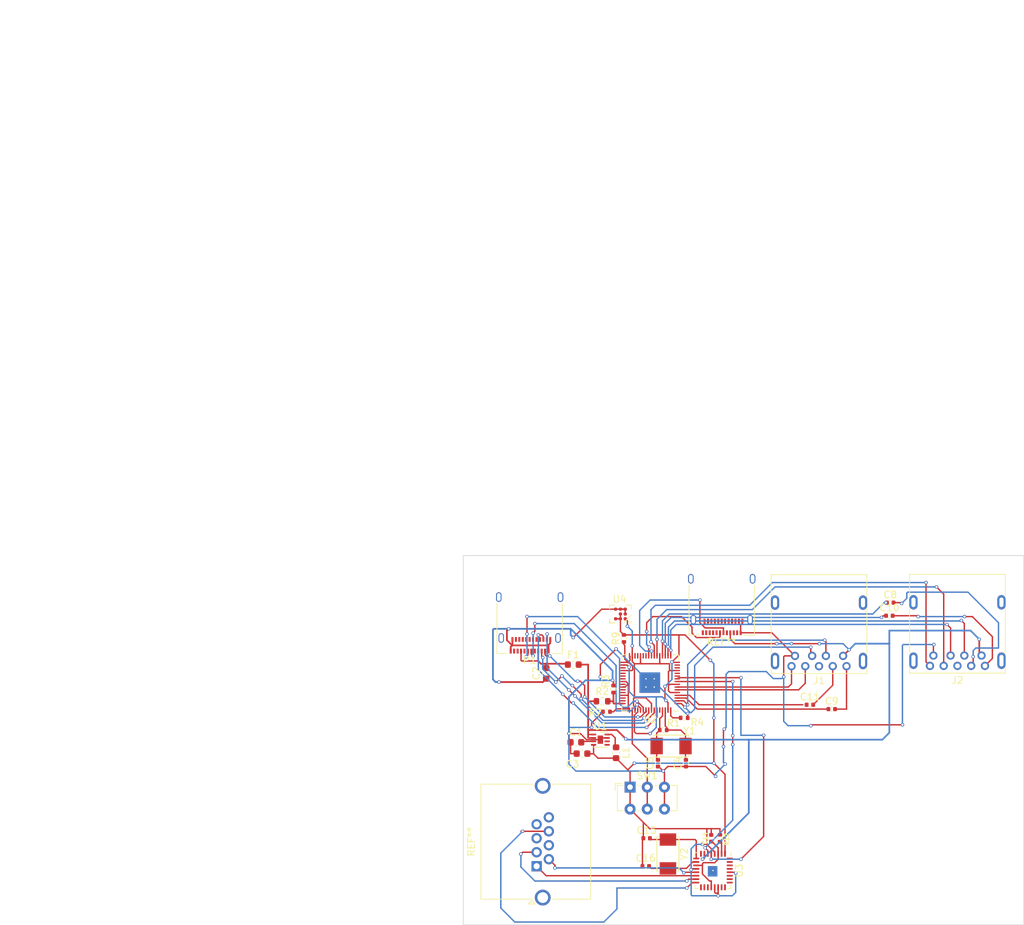
<source format=kicad_pcb>
(kicad_pcb (version 20220131) (generator pcbnew)
  (layers (0 "F.Cu" signal) (31 "B.Cu" signal) (34 "B.Paste" user) (35 "F.Paste" user) (36 "B.SilkS" user "B.Silkscreen") (37 "F.SilkS" user "F.Silkscreen") (38 "B.Mask" user) (39 "F.Mask" user) (44 "Edge.Cuts" user))
  (net 0 "")
  (footprint "Capacitor_SMD:C_0402_1005Metric" (layer "F.Cu") (at 64.897 33.528)
    (fp_text reference "C9")
    (fp_text value "C_0402_1005Metric" hide)
  )
  (footprint "Button_Switch_THT:SW_E-Switch_EG1271_DPDT" (layer "F.Cu") (at 35.5655 44.882)
    (fp_text reference "SW1")
    (fp_text value "SW_E-Switch_EG1271_DPDT" hide)
  )
  (footprint "Fuse:Fuse_0603_1608Metric" (layer "F.Cu") (at 27.305 27.051)
    (fp_text reference "F1")
    (fp_text value "Fuse_0603_1608Metric" hide)
  )
  (footprint "Resistor_SMD:R_0603_1608Metric" (layer "F.Cu") (at 31.496 32.385)
    (fp_text reference "R2")
    (fp_text value "R_0603_1608Metric" hide)
  )
  (footprint "Connector_USB:USB_C_Receptacle_Amphenol_12401610E4-2A" (layer "F.Cu") (at 48.895 17.399 180)
    (fp_text reference "REF**")
    (fp_text value "USB_C_Receptacle_Amphenol_12401610E4-2A" hide)
  )
  (footprint "Connector_USB:USB3_A_Molex_48393-001" (layer "F.Cu") (at 66.548 25.781 180)
    (fp_text reference "J1")
    (fp_text value "USB3_A_Molex_48393-001" hide)
  )
  (footprint "Resistor_SMD:R_0402_1005Metric" (layer "F.Cu") (at 34.671 23.241 90)
    (fp_text reference "R9")
    (fp_text value "R_0402_1005Metric" hide)
  )
  (footprint "Package_DFN_QFN:TDFN-8-1EP_2x2mm_P0.5mm_EP0.8x1.2mm" (layer "F.Cu") (at 31.242 37.973)
    (fp_text reference "U1")
    (fp_text value "TDFN-8-1EP_2x2mm_P0.5mm_EP0.8x1.2mm" hide)
  )
  (footprint "Capacitor_SMD:C_0402_1005Metric" (layer "F.Cu") (at 37.973 52.324)
    (fp_text reference "C15")
    (fp_text value "C_0402_1005Metric" hide)
  )
  (footprint "Resistor_SMD:R_0402_1005Metric" (layer "F.Cu") (at 43.434 34.798)
    (fp_text reference "R4")
    (fp_text value "R_0402_1005Metric" hide)
  )
  (footprint "Capacitor_SMD:C_0402_1005Metric" (layer "F.Cu") (at 73.279 19.939)
    (fp_text reference "C10")
    (fp_text value "C_0402_1005Metric" hide)
  )
  (footprint "Capacitor_SMD:C_0402_1005Metric" (layer "F.Cu") (at 39.624 41.402 90)
    (fp_text reference "C5")
    (fp_text value "C_0402_1005Metric" hide)
  )
  (footprint "Resistor_SMD:R_0402_1005Metric" (layer "F.Cu") (at 32.131 33.909)
    (fp_text reference "R7")
    (fp_text value "R_0402_1005Metric" hide)
  )
  (footprint "Lib:OSC_5032" (layer "F.Cu") (at 41.529 40.5015)
    (fp_text reference "Y1")
    (fp_text value "OSC_5032" hide)
  )
  (footprint "Lib:BGA-9_3x3_2.9x2.35mm" (layer "F.Cu") (at 34.163 19.685 180)
    (fp_text reference "U4")
    (fp_text value "BGA-9_3x3_2.9x2.35mm" hide)
  )
  (footprint "Resistor_SMD:R_0402_1005Metric" (layer "F.Cu") (at 48.641 52.324 90)
    (fp_text reference "R12")
    (fp_text value "R_0402_1005Metric" hide)
  )
  (footprint "Connector_USB:USB_C_Receptacle_Amphenol_12401610E4-2A" (layer "F.Cu") (at 20.955 20.066 180)
    (fp_text reference "P1")
    (fp_text value "USB_C_Receptacle_Amphenol_12401610E4-2A" hide)
  )
  (footprint "Resistor_SMD:R_0402_1005Metric" (layer "F.Cu") (at 33.147 30.607 90)
    (fp_text reference "R3")
    (fp_text value "R_0402_1005Metric" hide)
  )
  (footprint "Capacitor_SMD:C_0402_1005Metric" (layer "F.Cu") (at 37.846 56.388)
    (fp_text reference "C16")
    (fp_text value "C_0402_1005Metric" hide)
  )
  (footprint "Connector_USB:USB3_A_Molex_48393-001" (layer "F.Cu") (at 86.685 25.732 180)
    (fp_text reference "J2")
    (fp_text value "USB3_A_Molex_48393-001" hide)
  )
  (footprint "Capacitor_SMD:C_0402_1005Metric" (layer "F.Cu") (at 61.722 32.893)
    (fp_text reference "C11")
    (fp_text value "C_0402_1005Metric" hide)
  )
  (footprint "Capacitor_SMD:C_0603_1608Metric" (layer "F.Cu") (at 28.575 40.005)
    (fp_text reference "C3")
    (fp_text value "C_0603_1608Metric" hide)
  )
  (footprint "Package_DFN_QFN:QFN-32-1EP_5x5mm_P0.5mm_EP3.1x3.1mm_ThermalVias" (layer "F.Cu") (at 47.625 57.023 -90)
    (fp_text reference "U3")
    (fp_text value "QFN-32-1EP_5x5mm_P0.5mm_EP3.1x3.1mm_ThermalVias" hide)
  )
  (footprint "Inductor_SMD:L_0603_1608Metric" (layer "F.Cu") (at 33.528 39.878 -90)
    (fp_text reference "L1")
    (fp_text value "L_0603_1608Metric" hide)
  )
  (footprint "Capacitor_SMD:C_0402_1005Metric" (layer "F.Cu") (at 47.371 52.324 90)
    (fp_text reference "C14")
    (fp_text value "C_0402_1005Metric" hide)
  )
  (footprint "Capacitor_SMD:C_0603_1608Metric" (layer "F.Cu") (at 23.368 28.321 90)
    (fp_text reference "C2")
    (fp_text value "C_0603_1608Metric" hide)
  )
  (footprint "Capacitor_SMD:C_0402_1005Metric" (layer "F.Cu") (at 73.406 18.034)
    (fp_text reference "C8")
    (fp_text value "C_0402_1005Metric" hide)
  )
  (footprint "Lib:OSC_5032" (layer "F.Cu") (at 42.672 54.61 90)
    (fp_text reference "Y2")
    (fp_text value "OSC_5032" hide)
  )
  (footprint "Resistor_SMD:R_0402_1005Metric" (layer "F.Cu") (at 40.386 36.576)
    (fp_text reference "R1")
    (fp_text value "R_0402_1005Metric" hide)
  )
  (footprint "Connector_RJ:RJ45_Amphenol_RJHSE5380" (layer "F.Cu") (at 21.971 56.388 90)
    (fp_text reference "REF**")
    (fp_text value "RJ45_Amphenol_RJHSE5380" hide)
  )
  (footprint "Package_DFN_QFN:QFN-64-1EP_8x8mm_P0.4mm_EP6.5x6.5mm_ThermalVias" (layer "F.Cu") (at 38.481 29.718 180)
    (fp_text reference "U2")
    (fp_text value "QFN-64-1EP_8x8mm_P0.4mm_EP6.5x6.5mm_ThermalVias" hide)
  )
  (footprint "Capacitor_SMD:C_0402_1005Metric" (layer "F.Cu") (at 43.688 41.402 90)
    (fp_text reference "C4")
    (fp_text value "C_0402_1005Metric" hide)
  )
  (footprint "Capacitor_SMD:C_0603_1608Metric" (layer "F.Cu") (at 27.686 38.354)
    (fp_text reference "C1")
    (fp_text value "C_0603_1608Metric" hide)
  )
  (gr_rect (start 11.303 11.176) (end 92.837 64.897) (stroke (width 0.1)) (fill none) (layer "Edge.Cuts"))
  (segment (start 34.163 22.223) (end 34.671 22.731) (width 0.2) (layer "F.Cu") (net 0))
  (segment (start 51.689 21.209) (end 51.816 21.209) (width 0.2) (layer "F.Cu") (net 0))
  (segment (start 47.875 59.4605) (end 47.875 60.194) (width 0.2) (layer "F.Cu") (net 0))
  (segment (start 23.751 51.308) (end 19.939 51.308) (width 0.2) (layer "F.Cu") (net 0))
  (segment (start 85.4075 20.1295) (end 88.265 22.987) (width 0.2) (layer "F.Cu") (net 0))
  (segment (start 43.629 37.279) (end 43.629 38.9015) (width 0.2) (layer "F.Cu") (net 0))
  (segment (start 35.119 27.118) (end 35.433 27.432) (width 0.2) (layer "F.Cu") (net 0))
  (segment (start 40.5655 42.7245) (end 40.386 42.545) (width 0.2) (layer "F.Cu") (net 0))
  (segment (start 34.531 29.518) (end 34.979 29.518) (width 0.2) (layer "F.Cu") (net 0))
  (segment (start 65.377 33.528) (end 67.056 33.528) (width 0.2) (layer "F.Cu") (net 0))
  (segment (start 45.72 17.653) (end 45.72 20.955) (width 0.2) (layer "F.Cu") (net 0))
  (segment (start 48.375 54.5855) (end 48.375 55.384) (width 0.2) (layer "F.Cu") (net 0))
  (segment (start 42.593 28.956) (end 51.689 28.956) (width 0.2) (layer "F.Cu") (net 0))
  (segment (start 34.833 30.318) (end 34.531 30.318) (width 0.2) (layer "F.Cu") (net 0))
  (segment (start 39.081 33.668) (end 39.081 34.071) (width 0.2) (layer "F.Cu") (net 0))
  (segment (start 38.648 56.71) (end 41.072 56.71) (width 0.2) (layer "F.Cu") (net 0))
  (segment (start 51.689 21.209) (end 51.645 21.253) (width 0.2) (layer "F.Cu") (net 0))
  (segment (start 40.681 35.982) (end 40.896 36.197) (width 0.2) (layer "F.Cu") (net 0))
  (segment (start 21.205 25.086) (end 21.205 25.523) (width 0.2) (layer "F.Cu") (net 0))
  (segment (start 48.375 60.21) (end 48.375 59.4605) (width 0.2) (layer "F.Cu") (net 0))
  (segment (start 43.053 20.066) (end 44.577 21.59) (width 0.2) (layer "F.Cu") (net 0))
  (segment (start 44.577 22.479) (end 45.212 23.114) (width 0.2) (layer "F.Cu") (net 0))
  (segment (start 40.5655 44.882) (end 40.5655 42.7245) (width 0.2) (layer "F.Cu") (net 0))
  (segment (start 38.0655 48.082) (end 38.0655 44.882) (width 0.2) (layer "F.Cu") (net 0))
  (segment (start 38.281 25.768) (end 38.281 24.584) (width 0.2) (layer "F.Cu") (net 0))
  (segment (start 41.329 29.918) (end 42.431 29.918) (width 0.2) (layer "F.Cu") (net 0))
  (segment (start 38.681 25.768) (end 38.681 25.092) (width 0.2) (layer "F.Cu") (net 0))
  (segment (start 46.395 20.719) (end 46.395 20.995) (width 0.2) (layer "F.Cu") (net 0))
  (segment (start 29.464 37.1945) (end 29.464 37.6945) (width 0.25) (layer "F.Cu") (net 0))
  (segment (start 60.087 30.718) (end 61.048 29.757) (width 0.2) (layer "F.Cu") (net 0))
  (segment (start 31.242 27.051) (end 31.242 28.829) (width 0.2) (layer "F.Cu") (net 0))
  (segment (start 37.481 33.29) (end 36.576 32.385) (width 0.2) (layer "F.Cu") (net 0))
  (segment (start 59.055 24.003) (end 63.119 24.003) (width 0.2) (layer "F.Cu") (net 0))
  (segment (start 26.67 37.084) (end 26.67 38.113) (width 0.25) (layer "F.Cu") (net 0))
  (segment (start 29.464 32.385) (end 29.464 36.576) (width 0.25) (layer "F.Cu") (net 0))
  (segment (start 18.205 25.086) (end 18.205 24.467) (width 0.25) (layer "F.Cu") (net 0))
  (segment (start 41.148 30.861) (end 41.148 30.099) (width 0.2) (layer "F.Cu") (net 0))
  (segment (start 37.366 52.451) (end 37.493 52.324) (width 0.2) (layer "F.Cu") (net 0))
  (segment (start 42.431 31.518) (end 44.218 31.518) (width 0.2) (layer "F.Cu") (net 0))
  (segment (start 48.641 50.927) (end 48.641 51.814) (width 0.2) (layer "F.Cu") (net 0))
  (segment (start 33.147 32.639) (end 33.226 32.718) (width 0.25) (layer "F.Cu") (net 0))
  (segment (start 40.386 42.545) (end 41.049 41.882) (width 0.2) (layer "F.Cu") (net 0))
  (segment (start 41.481 33.668) (end 41.481 34.496) (width 0.2) (layer "F.Cu") (net 0))
  (segment (start 42.431 31.118) (end 42.542 31.118) (width 0.2) (layer "F.Cu") (net 0))
  (segment (start 88.265 26.152) (end 87.185 27.232) (width 0.2) (layer "F.Cu") (net 0))
  (segment (start 35.5655 48.082) (end 37.49325 50.00975) (width 0.2) (layer "F.Cu") (net 0))
  (segment (start 35.306 31.496) (end 35.284 31.518) (width 0.2) (layer "F.Cu") (net 0))
  (segment (start 23.368 27.546) (end 23.368 26.924) (width 0.25) (layer "F.Cu") (net 0))
  (segment (start 49.149 21.717) (end 49.145 21.721) (width 0.2) (layer "F.Cu") (net 0))
  (segment (start 40.281 33.668) (end 40.281 34.522) (width 0.2) (layer "F.Cu") (net 0))
  (segment (start 45.212 23.114) (end 48.514 23.114) (width 0.2) (layer "F.Cu") (net 0))
  (segment (start 46.228 55.372) (end 46.101 55.372) (width 0.2) (layer "F.Cu") (net 0))
  (segment (start 30.671 32.385) (end 29.464 32.385) (width 0.25) (layer "F.Cu") (net 0))
  (segment (start 43.688 41.882) (end 46.581 41.882) (width 0.2) (layer "F.Cu") (net 0))
  (segment (start 23.205 25.618) (end 23.368 25.781) (width 0.2) (layer "F.Cu") (net 0))
  (segment (start 65.048 27.281) (end 65.048 30.047) (width 0.2) (layer "F.Cu") (net 0))
  (segment (start 35.284 31.518) (end 34.531 31.518) (width 0.2) (layer "F.Cu") (net 0))
  (segment (start 23.495 22.606) (end 23.495 23.346) (width 0.2) (layer "F.Cu") (net 0))
  (segment (start 45.593 32.893) (end 60.706 32.893) (width 0.2) (layer "F.Cu") (net 0))
  (segment (start 28.448 32.004) (end 28.448 31.369) (width 0.2) (layer "F.Cu") (net 0))
  (segment (start 37.084 34.671) (end 36.703 34.671) (width 0.2) (layer "F.Cu") (net 0))
  (segment (start 23.955 23.386) (end 23.955 23.924) (width 0.25) (layer "F.Cu") (net 0))
  (segment (start 39.081 25.768) (end 39.081 24.222) (width 0.2) (layer "F.Cu") (net 0))
  (segment (start 35.22975 42.36725) (end 36.195 41.402) (width 0.2) (layer "F.Cu") (net 0))
  (segment (start 37.081 33.398) (end 36.576 32.893) (width 0.2) (layer "F.Cu") (net 0))
  (segment (start 38.326 56.388) (end 38.648 56.71) (width 0.2) (layer "F.Cu") (net 0))
  (segment (start 82.185 21.733) (end 82.185 25.732) (width 0.2) (layer "F.Cu") (net 0))
  (segment (start 40.681 33.668) (end 40.681 35.982) (width 0.2) (layer "F.Cu") (net 0))
  (segment (start 18.415 24.257) (end 23.622 24.257) (width 0.25) (layer "F.Cu") (net 0))
  (segment (start 85.471 26.946) (end 85.185 27.232) (width 0.2) (layer "F.Cu") (net 0))
  (segment (start 18.455 24.217) (end 18.415 24.257) (width 0.25) (layer "F.Cu") (net 0))
  (segment (start 39.081 34.071) (end 37.846 35.306) (width 0.2) (layer "F.Cu") (net 0))
  (segment (start 43.367 32.318) (end 43.942 32.893) (width 0.2) (layer "F.Cu") (net 0))
  (segment (start 39.881 26.8) (end 40.005 26.924) (width 0.2) (layer "F.Cu") (net 0))
  (segment (start 81.185 16.796) (end 81.185 27.232) (width 0.2) (layer "F.Cu") (net 0))
  (segment (start 38.281 33.668) (end 38.281 34.109) (width 0.2) (layer "F.Cu") (net 0))
  (segment (start 54.991 52.07) (end 51.689 55.372) (width 0.2) (layer "F.Cu") (net 0))
  (segment (start 33.528 24.765) (end 31.242 27.051) (width 0.2) (layer "F.Cu") (net 0))
  (segment (start 34.863 20.385) (end 35.179 20.701) (width 0.2) (layer "F.Cu") (net 0))
  (segment (start 21.717 22.225) (end 21.463 22.479) (width 0.2) (layer "F.Cu") (net 0))
  (segment (start 48.643 52.834) (end 48.875 53.066) (width 0.2) (layer "F.Cu") (net 0))
  (segment (start 30.2545 37.223) (end 29.4925 37.223) (width 0.2) (layer "F.Cu") (net 0))
  (segment (start 38.0655 44.882) (end 38.0655 40.7325) (width 0.2) (layer "F.Cu") (net 0))
  (segment (start 27.051 32.639) (end 25.781 31.369) (width 0.2) (layer "F.Cu") (net 0))
  (segment (start 56.186 22.419) (end 59.548 25.781) (width 0.2) (layer "F.Cu") (net 0))
  (segment (start 61.849 25.582) (end 62.048 25.781) (width 0.2) (layer "F.Cu") (net 0))
  (segment (start 21.205 25.523) (end 21.463 25.781) (width 0.2) (layer "F.Cu") (net 0))
  (segment (start 46.089 57.519) (end 47.117 58.547) (width 0.2) (layer "F.Cu") (net 0))
  (segment (start 78.613 15.113) (end 78.613 26.66) (width 0.2) (layer "F.Cu") (net 0))
  (segment (start 46.875 54.5855) (end 46.875 54.114) (width 0.2) (layer "F.Cu") (net 0))
  (segment (start 29.4925 37.223) (end 29.464 37.1945) (width 0.2) (layer "F.Cu") (net 0))
  (segment (start 42.674 22.731) (end 34.671 22.731) (width 0.2) (layer "F.Cu") (net 0))
  (segment (start 39.429 40.727) (end 39.624 40.922) (width 0.2) (layer "F.Cu") (net 0))
  (segment (start 84.185 21.066) (end 84.185 25.732) (width 0.2) (layer "F.Cu") (net 0))
  (segment (start 39.429 37.023) (end 39.429 38.9015) (width 0.2) (layer "F.Cu") (net 0))
  (segment (start 35.881 26.61) (end 35.881 25.768) (width 0.2) (layer "F.Cu") (net 0))
  (segment (start 37.366 56.388) (end 37.366 52.451) (width 0.2) (layer "F.Cu") (net 0))
  (segment (start 37.211 26.924) (end 37.081 26.794) (width 0.2) (layer "F.Cu") (net 0))
  (segment (start 45.72 20.955) (end 46.482 21.717) (width 0.2) (layer "F.Cu") (net 0))
  (segment (start 63.881 23.495) (end 64.048 23.662) (width 0.2) (layer "F.Cu") (net 0))
  (segment (start 39.723 41.882) (end 40.386 42.545) (width 0.2) (layer "F.Cu") (net 0))
  (segment (start 47.375 54.5855) (end 47.375 55.368) (width 0.2) (layer "F.Cu") (net 0))
  (segment (start 86.36 23.368) (end 86.36 25.407) (width 0.25) (layer "F.Cu") (net 0))
  (segment (start 35.306 33.493) (end 33.563 33.493) (width 0.2) (layer "F.Cu") (net 0))
  (segment (start 75.184 35.814) (end 61.976 35.814) (width 0.2) (layer "F.Cu") (net 0))
  (segment (start 79.685 24.201) (end 79.756 24.13) (width 0.2) (layer "F.Cu") (net 0))
  (segment (start 48.375 55.384) (end 47.879 55.88) (width 0.2) (layer "F.Cu") (net 0))
  (segment (start 33.528 40.6655) (end 35.22975 42.36725) (width 0.2) (layer "F.Cu") (net 0))
  (segment (start 41.481 25.768) (end 41.481 24.971) (width 0.2) (layer "F.Cu") (net 0))
  (segment (start 33.147 33.909) (end 32.641 33.909) (width 0.2) (layer "F.Cu") (net 0))
  (segment (start 23.705 24.34) (end 23.705 25.086) (width 0.25) (layer "F.Cu") (net 0))
  (segment (start 36.195 36.83) (end 36.449 37.084) (width 0.2) (layer "F.Cu") (net 0))
  (segment (start 27.305 32.639) (end 27.051 32.639) (width 0.2) (layer "F.Cu") (net 0))
  (segment (start 42.431 32.718) (end 43.005 32.718) (width 0.2) (layer "F.Cu") (net 0))
  (segment (start 41.148 30.099) (end 41.329 29.918) (width 0.2) (layer "F.Cu") (net 0))
  (segment (start 31.492 37.723) (end 31.242 37.973) (width 0.2) (layer "F.Cu") (net 0))
  (segment (start 43.729 31.918) (end 42.431 31.918) (width 0.2) (layer "F.Cu") (net 0))
  (segment (start 41.297 26.946) (end 41.297 27.918) (width 0.2) (layer "F.Cu") (net 0))
  (segment (start 29.4925 37.723) (end 29.464 37.6945) (width 0.2) (layer "F.Cu") (net 0))
  (segment (start 46.736 53.213) (end 46.736 50.927) (width 0.2) (layer "F.Cu") (net 0))
  (segment (start 51.645 22.419) (end 56.186 22.419) (width 0.2) (layer "F.Cu") (net 0))
  (segment (start 26.67 38.113) (end 26.911 38.354) (width 0.25) (layer "F.Cu") (net 0))
  (segment (start 22.205 25.086) (end 22.205 26.523) (width 0.25) (layer "F.Cu") (net 0))
  (segment (start 38.681 32.712) (end 38.681 33.668) (width 0.2) (layer "F.Cu") (net 0))
  (segment (start 36.681 33.668) (end 36.681 33.931) (width 0.2) (layer "F.Cu") (net 0))
  (segment (start 30.2545 40.0335) (end 29.3785 40.0335) (width 0.2) (layer "F.Cu") (net 0))
  (segment (start 41.704 26.718) (end 41.656 26.67) (width 0.2) (layer "F.Cu") (net 0))
  (segment (start 79.685 25.732) (end 79.685 24.201) (width 0.2) (layer "F.Cu") (net 0))
  (segment (start 37.881 33.874) (end 37.084 34.671) (width 0.2) (layer "F.Cu") (net 0))
  (segment (start 26.3905 26.924) (end 26.5175 27.051) (width 0.25) (layer "F.Cu") (net 0))
  (segment (start 46.736 50.927) (end 47.371 50.927) (width 0.2) (layer "F.Cu") (net 0))
  (segment (start 37.973 22.225) (end 37.973 20.955) (width 0.2) (layer "F.Cu") (net 0))
  (segment (start 23.205 25.086) (end 23.205 25.618) (width 0.2) (layer "F.Cu") (net 0))
  (segment (start 28.321 29.464) (end 27.94 29.464) (width 0.2) (layer "F.Cu") (net 0))
  (segment (start 45.017 52.51) (end 45.1875 52.6805) (width 0.2) (layer "F.Cu") (net 0))
  (segment (start 84.201 20.066) (end 85.344 20.066) (width 0.2) (layer "F.Cu") (net 0))
  (segment (start 34.163 20.385) (end 33.463 20.385) (width 0.2) (layer "F.Cu") (net 0))
  (segment (start 44.577 21.59) (end 44.577 22.479) (width 0.2) (layer "F.Cu") (net 0))
  (segment (start 35.179 20.701) (end 35.179 21.463) (width 0.2) (layer "F.Cu") (net 0))
  (segment (start 23.368 25.781) (end 23.876 25.781) (width 0.2) (layer "F.Cu") (net 0))
  (segment (start 42.926 36.576) (end 43.629 37.279) (width 0.2) (layer "F.Cu") (net 0))
  (segment (start 26.924 40.005) (end 26.911 39.992) (width 0.2) (layer "F.Cu") (net 0))
  (segment (start 44.684 55.773) (end 43.747 56.71) (width 0.2) (layer "F.Cu") (net 0))
  (segment (start 51.895 21.13) (end 51.895 20.719) (width 0.2) (layer "F.Cu") (net 0))
  (segment (start 38.281 24.584) (end 38.354 24.511) (width 0.2) (layer "F.Cu") (net 0))
  (segment (start 42.431 32.318) (end 43.367 32.318) (width 0.2) (layer "F.Cu") (net 0))
  (segment (start 48.645 22.983) (end 48.645 22.419) (width 0.2) (layer "F.Cu") (net 0))
  (segment (start 43.438 57.273) (end 43.3705 57.3405) (width 0.2) (layer "F.Cu") (net 0))
  (segment (start 41.783 34.798) (end 42.924 34.798) (width 0.2) (layer "F.Cu") (net 0))
  (segment (start 32.2295 37.223) (end 32.905 37.223) (width 0.2) (layer "F.Cu") (net 0))
  (segment (start 34.531 27.118) (end 35.119 27.118) (width 0.2) (layer "F.Cu") (net 0))
  (segment (start 33.147 29.464) (end 33.02 29.337) (width 0.25) (layer "F.Cu") (net 0))
  (segment (start 49.145 21.721) (end 49.145 22.419) (width 0.2) (layer "F.Cu") (net 0))
  (segment (start 34.163 18.985) (end 34.863 18.985) (width 0.2) (layer "F.Cu") (net 0))
  (segment (start 35.306 26.766) (end 35.402 26.766) (width 0.2) (layer "F.Cu") (net 0))
  (segment (start 50.492 37.392) (end 50.492 38.681) (width 0.2) (layer "F.Cu") (net 0))
  (segment (start 35.836 27.918) (end 34.531 27.918) (width 0.2) (layer "F.Cu") (net 0))
  (segment (start 59.548 25.781) (end 58.039 25.781) (width 0.2) (layer "F.Cu") (net 0))
  (segment (start 38.639 52.51) (end 38.453 52.324) (width 0.2) (layer "F.Cu") (net 0))
  (segment (start 57.912 25.908) (end 57.912 28.829) (width 0.2) (layer "F.Cu") (net 0))
  (segment (start 22.955 22.955) (end 22.955 23.386) (width 0.2) (layer "F.Cu") (net 0))
  (segment (start 29.464 36.576) (end 33.655 36.576) (width 0.25) (layer "F.Cu") (net 0))
  (segment (start 65.048 30.047) (end 62.202 32.893) (width 0.2) (layer "F.Cu") (net 0))
  (segment (start 41.148 28.067) (end 41.148 30.099) (width 0.2) (layer "F.Cu") (net 0))
  (segment (start 33.401 38.9635) (end 33.528 39.0905) (width 0.2) (layer "F.Cu") (net 0))
  (segment (start 33.463 18.985) (end 34.863 18.985) (width 0.2) (layer "F.Cu") (net 0))
  (segment (start 35.56 26.416) (end 35.258 26.718) (width 0.2) (layer "F.Cu") (net 0))
  (segment (start 30.2545 38.223) (end 28.592 38.223) (width 0.2) (layer "F.Cu") (net 0))
  (segment (start 42.431 26.718) (end 41.704 26.718) (width 0.2) (layer "F.Cu") (net 0))
  (segment (start 35.306 31.496) (end 35.306 33.493) (width 0.2) (layer "F.Cu") (net 0))
  (segment (start 40.681 25.768) (end 40.681 24.044) (width 0.2) (layer "F.Cu") (net 0))
  (segment (start 41.081 33.668) (end 41.081 32.572) (width 0.2) (layer "F.Cu") (net 0))
  (segment (start 37.081 26.794) (end 37.081 25.768) (width 0.2) (layer "F.Cu") (net 0))
  (segment (start 44.573 56.773) (end 44.45 56.896) (width 0.2) (layer "F.Cu") (net 0))
  (segment (start 18.205 24.467) (end 18.415 24.257) (width 0.25) (layer "F.Cu") (net 0))
  (segment (start 64.417 33.528) (end 45.339 33.528) (width 0.2) (layer "F.Cu") (net 0))
  (segment (start 47.371 52.804) (end 47.47 52.804) (width 0.2) (layer "F.Cu") (net 0))
  (segment (start 27.8 40.005) (end 26.924 40.005) (width 0.2) (layer "F.Cu") (net 0))
  (segment (start 72.39 19.939) (end 72.136 20.193) (width 0.2) (layer "F.Cu") (net 0))
  (segment (start 33.147 30.097) (end 33.147 29.464) (width 0.25) (layer "F.Cu") (net 0))
  (segment (start 67.056 33.528) (end 67.048 33.52) (width 0.2) (layer "F.Cu") (net 0))
  (segment (start 46.395 20.995) (end 46.609 21.209) (width 0.2) (layer "F.Cu") (net 0))
  (segment (start 33.528 40.6655) (end 30.8865 40.6655) (width 0.2) (layer "F.Cu") (net 0))
  (segment (start 43.559 22.731) (end 42.674 22.731) (width 0.2) (layer "F.Cu") (net 0))
  (segment (start 32.905 37.223) (end 33.401 37.719) (width 0.2) (layer "F.Cu") (net 0))
  (segment (start 48.514 23.114) (end 48.645 22.983) (width 0.2) (layer "F.Cu") (net 0))
  (segment (start 35.402 26.766) (end 35.941 27.305) (width 0.2) (layer "F.Cu") (net 0))
  (segment (start 34.163 20.385) (end 34.163 22.223) (width 0.2) (layer "F.Cu") (net 0))
  (segment (start 45.1875 52.6805) (end 45.1875 55.273) (width 0.2) (layer "F.Cu") (net 0))
  (segment (start 46.581 41.882) (end 48.006 43.307) (width 0.2) (layer "F.Cu") (net 0))
  (segment (start 83.7565 20.6375) (end 84.185 21.066) (width 0.2) (layer "F.Cu") (net 0))
  (segment (start 34.671 22.733) (end 34.671 22.731) (width 0.2) (layer "F.Cu") (net 0))
  (segment (start 36.449 37.084) (end 38.481 37.084) (width 0.2) (layer "F.Cu") (net 0))
  (segment (start 36.681 33.931) (end 36.195 34.417) (width 0.2) (layer "F.Cu") (net 0))
  (segment (start 37.881 33.668) (end 37.881 33.874) (width 0.2) (layer "F.Cu") (net 0))
  (segment (start 44.089 58.273) (end 45.1875 58.273) (width 0.2) (layer "F.Cu") (net 0))
  (segment (start 51.816 21.209) (end 51.895 21.13) (width 0.2) (layer "F.Cu") (net 0))
  (segment (start 39.881 25.768) (end 39.881 26.8) (width 0.2) (layer "F.Cu") (net 0))
  (segment (start 46.101 53.213) (end 46.736 53.213) (width 0.2) (layer "F.Cu") (net 0))
  (segment (start 33.147 32.385) (end 33.147 32.639) (width 0.25) (layer "F.Cu") (net 0))
  (segment (start 47.47 52.804) (end 48.375 53.709) (width 0.2) (layer "F.Cu") (net 0))
  (segment (start 42.431 30.718) (end 60.087 30.718) (width 0.2) (layer "F.Cu") (net 0))
  (segment (start 46.375 55.225) (end 46.228 55.372) (width 0.2) (layer "F.Cu") (net 0))
  (segment (start 46.482 21.717) (end 49.149 21.717) (width 0.2) (layer "F.Cu") (net 0))
  (segment (start 34.863 19.685) (end 34.863 18.985) (width 0.2) (layer "F.Cu") (net 0))
  (segment (start 41.405 31.118) (end 41.148 30.861) (width 0.2) (layer "F.Cu") (net 0))
  (segment (start 19.792 26.523) (end 22.205 26.523) (width 0.2) (layer "F.Cu") (net 0))
  (segment (start 49.149 38.989) (end 49.149 36.576) (width 0.2) (layer "F.Cu") (net 0))
  (segment (start 47.371 51.844) (end 47.371 50.927) (width 0.2) (layer "F.Cu") (net 0))
  (segment (start 77.343 19.939) (end 77.47 20.066) (width 0.2) (layer "F.Cu") (net 0))
  (segment (start 35.258 26.718) (end 34.531 26.718) (width 0.2) (layer "F.Cu") (net 0))
  (segment (start 29.464 27.051) (end 29.464 32.385) (width 0.25) (layer "F.Cu") (net 0))
  (segment (start 41.081 32.572) (end 40.767 32.258) (width 0.2) (layer "F.Cu") (net 0))
  (segment (start 46.875 54.114) (end 46.482 53.721) (width 0.2) (layer "F.Cu") (net 0))
  (segment (start 58.582 30.318) (end 59.048 29.852) (width 0.2) (layer "F.Cu") (net 0))
  (segment (start 22.733 22.733) (end 22.955 22.955) (width 0.2) (layer "F.Cu") (net 0))
  (segment (start 45.1875 56.773) (end 44.573 56.773) (width 0.2) (layer "F.Cu") (net 0))
  (segment (start 41.072 52.51) (end 38.639 52.51) (width 0.2) (layer "F.Cu") (net 0))
  (segment (start 22.606 26.924) (end 23.368 26.924) (width 0.25) (layer "F.Cu") (net 0))
  (segment (start 36.322 33.274) (end 36.322 33.627) (width 0.2) (layer "F.Cu") (net 0))
  (segment (start 21.971 54.356) (end 19.939 54.356) (width 0.2) (layer "F.Cu") (net 0))
  (segment (start 23.495 23.346) (end 23.455 23.386) (width 0.2) (layer "F.Cu") (net 0))
  (segment (start 43.629 38.9015) (end 43.629 40.863) (width 0.2) (layer "F.Cu") (net 0))
  (segment (start 61.048 29.757) (end 61.048 27.281) (width 0.2) (layer "F.Cu") (net 0))
  (segment (start 33.226 32.718) (end 34.531 32.718) (width 0.25) (layer "F.Cu") (net 0))
  (segment (start 41.297 27.918) (end 41.148 28.067) (width 0.2) (layer "F.Cu") (net 0))
  (segment (start 22.705 25.086) (end 22.705 25.88) (width 0.2) (layer "F.Cu") (net 0))
  (segment (start 35.306 33.493) (end 35.481 33.668) (width 0.2) (layer "F.Cu") (net 0))
  (segment (start 67.437 24.892) (end 66.548 25.781) (width 0.25) (layer "F.Cu") (net 0))
  (segment (start 41.481 34.496) (end 41.783 34.798) (width 0.2) (layer "F.Cu") (net 0))
  (segment (start 35.306 29.845) (end 35.306 31.496) (width 0.2) (layer "F.Cu") (net 0))
  (segment (start 36.068 33.02) (end 36.322 33.274) (width 0.2) (layer "F.Cu") (net 0))
  (segment (start 33.147 31.117) (end 33.147 32.385) (width 0.25) (layer "F.Cu") (net 0))
  (segment (start 40.64 32.131) (end 40.767 32.258) (width 0.2) (layer "F.Cu") (net 0))
  (segment (start 85.471 25.908) (end 85.471 26.946) (width 0.2) (layer "F.Cu") (net 0))
  (segment (start 39.429 38.9015) (end 39.429 40.727) (width 0.2) (layer "F.Cu") (net 0))
  (segment (start 30.2545 38.723) (end 29.984 38.723) (width 0.2) (layer "F.Cu") (net 0))
  (segment (start 50.8 24.003) (end 56.896 24.003) (width 0.2) (layer "F.Cu") (net 0))
  (segment (start 35.5655 42.703) (end 35.5655 44.882) (width 0.2) (layer "F.Cu") (net 0))
  (segment (start 28.592 38.223) (end 28.461 38.354) (width 0.2) (layer "F.Cu") (net 0))
  (segment (start 22.873 29.591) (end 16.51 29.591) (width 0.25) (layer "F.Cu") (net 0))
  (segment (start 41.275 26.924) (end 41.297 26.946) (width 0.2) (layer "F.Cu") (net 0))
  (segment (start 29.3785 40.0335) (end 29.35 40.005) (width 0.2) (layer "F.Cu") (net 0))
  (segment (start 39.878 34.925) (end 39.878 36.574) (width 0.2) (layer "F.Cu") (net 0))
  (segment (start 42.431 29.118) (end 42.593 28.956) (width 0.2) (layer "F.Cu") (net 0))
  (segment (start 47.879 55.88) (end 46.228 55.88) (width 0.2) (layer "F.Cu") (net 0))
  (segment (start 18.455 23.386) (end 18.455 24.217) (width 0.25) (layer "F.Cu") (net 0))
  (segment (start 37.973 20.955) (end 38.862 20.066) (width 0.2) (layer "F.Cu") (net 0))
  (segment (start 61.976 35.814) (end 61.849 35.941) (width 0.2) (layer "F.Cu") (net 0))
  (segment (start 47.371 58.547) (end 47.375 58.551) (width 0.2) (layer "F.Cu") (net 0))
  (segment (start 34.163 19.685) (end 34.163 20.385) (width 0.2) (layer "F.Cu") (net 0))
  (segment (start 47.117 58.547) (end 47.371 58.547) (width 0.2) (layer "F.Cu") (net 0))
  (segment (start 30.2545 40.0335) (end 30.2545 38.723) (width 0.2) (layer "F.Cu") (net 0))
  (segment (start 39.481 33.668) (end 39.481 34.687) (width 0.2) (layer "F.Cu") (net 0))
  (segment (start 30.8865 40.6655) (end 30.2545 40.0335) (width 0.2) (layer "F.Cu") (net 0))
  (segment (start 40.281 34.522) (end 39.878 34.925) (width 0.2) (layer "F.Cu") (net 0))
  (segment (start 40.005 26.924) (end 37.211 26.924) (width 0.2) (layer "F.Cu") (net 0))
  (segment (start 48.641 52.834) (end 48.643 52.834) (width 0.2) (layer "F.Cu") (net 0))
  (segment (start 20.705 25.086) (end 20.705 25.65) (width 0.2) (layer "F.Cu") (net 0))
  (segment (start 23.622 24.257) (end 23.705 24.34) (width 0.25) (layer "F.Cu") (net 0))
  (segment (start 49.375 43.025) (end 49.375 54.5855) (width 0.2) (layer "F.Cu") (net 0))
  (segment (start 28.956 31.75) (end 28.956 30.099) (width 0.2) (layer "F.Cu") (net 0))
  (segment (start 50.145 22.419) (end 50.145 23.348) (width 0.2) (layer "F.Cu") (net 0))
  (segment (start 45.1875 57.773) (end 23.356 57.773) (width 0.2) (layer "F.Cu") (net 0))
  (segment (start 32.321 32.385) (end 33.147 32.385) (width 0.25) (layer "F.Cu") (net 0))
  (segment (start 38.4105 50.927) (end 46.736 50.927) (width 0.2) (layer "F.Cu") (net 0))
  (segment (start 37.493 52.324) (end 37.49325 52.32375) (width 0.2) (layer "F.Cu") (net 0))
  (segment (start 36.195 26.924) (end 35.881 26.61) (width 0.2) (layer "F.Cu") (net 0))
  (segment (start 39.624 41.882) (end 39.723 41.882) (width 0.2) (layer "F.Cu") (net 0))
  (segment (start 43.815 58.547) (end 44.089 58.273) (width 0.2) (layer "F.Cu") (net 0))
  (segment (start 47.875 60.194) (end 48.006 60.325) (width 0.2) (layer "F.Cu") (net 0))
  (segment (start 31.434 18.985) (end 27.305 23.114) (width 0.2) (layer "F.Cu") (net 0))
  (segment (start 35.881 38.548) (end 35.881 33.668) (width 0.2) (layer "F.Cu") (net 0))
  (segment (start 45.1875 55.773) (end 44.684 55.773) (width 0.2) (layer "F.Cu") (net 0))
  (segment (start 88.265 22.987) (end 88.265 26.152) (width 0.2) (layer "F.Cu") (net 0))
  (segment (start 37.881 33.668) (end 37.881 34.001) (width 0.2) (layer "F.Cu") (net 0))
  (segment (start 44.605 58.773) (end 43.815 59.563) (width 0.2) (layer "F.Cu") (net 0))
  (segment (start 28.0925 27.051) (end 29.464 27.051) (width 0.25) (layer "F.Cu") (net 0))
  (segment (start 24.638 56.642) (end 24.638 56.259) (width 0.2) (layer "F.Cu") (net 0))
  (segment (start 33.463 18.985) (end 31.434 18.985) (width 0.2) (layer "F.Cu") (net 0))
  (segment (start 54.991 37.338) (end 54.991 52.07) (width 0.2) (layer "F.Cu") (net 0))
  (segment (start 31.621 33.909) (end 29.972 35.558) (width 0.2) (layer "F.Cu") (net 0))
  (segment (start 38.0655 40.7325) (end 35.881 38.548) (width 0.2) (layer "F.Cu") (net 0))
  (segment (start 47.375 58.551) (end 47.375 59.4605) (width 0.2) (layer "F.Cu") (net 0))
  (segment (start 33.401 37.719) (end 33.401 38.9635) (width 0.2) (layer "F.Cu") (net 0))
  (segment (start 73.886 18.034) (end 74.93 18.034) (width 0.2) (layer "F.Cu") (net 0))
  (segment (start 28.448 31.369) (end 27.178 30.099) (width 0.2) (layer "F.Cu") (net 0))
  (segment (start 37.481 33.668) (end 37.481 33.29) (width 0.2) (layer "F.Cu") (net 0))
  (segment (start 41.049 41.882) (end 43.688 41.882) (width 0.2) (layer "F.Cu") (net 0))
  (segment (start 19.705 26.436) (end 19.792 26.523) (width 0.2) (layer "F.Cu") (net 0))
  (segment (start 36.068 32.004) (end 36.068 33.02) (width 0.2) (layer "F.Cu") (net 0))
  (segment (start 73.759 19.939) (end 77.343 19.939) (width 0.2) (layer "F.Cu") (net 0))
  (segment (start 78.613 26.66) (end 79.185 27.232) (width 0.2) (layer "F.Cu") (net 0))
  (segment (start 42.431 31.118) (end 41.405 31.118) (width 0.2) (layer "F.Cu") (net 0))
  (segment (start 43.747 56.71) (end 41.072 56.71) (width 0.2) (layer "F.Cu") (net 0))
  (segment (start 81.661 21.209) (end 82.185 21.733) (width 0.2) (layer "F.Cu") (net 0))
  (segment (start 40.281 25.768) (end 40.281 23.644) (width 0.2) (layer "F.Cu") (net 0))
  (segment (start 48.375 60.21) (end 48.375 60.694) (width 0.2) (layer "F.Cu") (net 0))
  (segment (start 39.876 36.576) (end 39.429 37.023) (width 0.2) (layer "F.Cu") (net 0))
  (segment (start 22.225 22.733) (end 22.733 22.733) (width 0.2) (layer "F.Cu") (net 0))
  (segment (start 37.49325 52.32375) (end 37.49325 50.00975) (width 0.2) (layer "F.Cu") (net 0))
  (segment (start 46.228 55.88) (end 46.101 56.007) (width 0.2) (layer "F.Cu") (net 0))
  (segment (start 37.211 26.924) (end 36.195 26.924) (width 0.2) (layer "F.Cu") (net 0))
  (segment (start 17.653 23.495) (end 17.653 22.098) (width 0.25) (layer "F.Cu") (net 0))
  (segment (start 20.705 25.65) (end 20.447 25.908) (width 0.2) (layer "F.Cu") (net 0))
  (segment (start 19.939 54.356) (end 19.685 54.61) (width 0.2) (layer "F.Cu") (net 0))
  (segment (start 34.979 29.518) (end 35.306 29.845) (width 0.2) (layer "F.Cu") (net 0))
  (segment (start 50.145 23.348) (end 50.8 24.003) (width 0.2) (layer "F.Cu") (net 0))
  (segment (start 40.64 30.226) (end 40.64 32.131) (width 0.2) (layer "F.Cu") (net 0))
  (segment (start 47.752 41.402) (end 49.375 43.025) (width 0.2) (layer "F.Cu") (net 0))
  (segment (start 48.006 60.325) (end 48.26 60.325) (width 0.2) (layer "F.Cu") (net 0))
  (segment (start 48.375 53.709) (end 48.375 54.5855) (width 0.2) (layer "F.Cu") (net 0))
  (segment (start 25.654 28.702) (end 24.765 29.591) (width 0.2) (layer "F.Cu") (net 0))
  (segment (start 29.21 37.973) (end 28.321 37.084) (width 0.2) (layer "F.Cu") (net 0))
  (segment (start 47.371 50.927) (end 48.641 50.927) (width 0.2) (layer "F.Cu") (net 0))
  (segment (start 35.306 29.845) (end 34.833 30.318) (width 0.2) (layer "F.Cu") (net 0))
  (segment (start 39.481 25.768) (end 39.481 23.384) (width 0.2) (layer "F.Cu") (net 0))
  (segment (start 42.431 30.318) (end 58.582 30.318) (width 0.2) (layer "F.Cu") (net 0))
  (segment (start 35.22975 42.36725) (end 35.5655 42.703) (width 0.2) (layer "F.Cu") (net 0))
  (segment (start 17.653 22.098) (end 17.907 21.844) (width 0.25) (layer "F.Cu") (net 0))
  (segment (start 38.862 20.066) (end 43.053 20.066) (width 0.2) (layer "F.Cu") (net 0))
  (segment (start 40.005 26.924) (end 41.275 26.924) (width 0.2) (layer "F.Cu") (net 0))
  (segment (start 41.072 52.51) (end 45.017 52.51) (width 0.2) (layer "F.Cu") (net 0))
  (segment (start 29.984 38.723) (end 29.972 38.735) (width 0.2) (layer "F.Cu") (net 0))
  (segment (start 64.048 23.662) (end 64.048 25.781) (width 0.2) (layer "F.Cu") (net 0))
  (segment (start 19.939 51.308) (end 19.685 51.308) (width 0.2) (layer "F.Cu") (net 0))
  (segment (start 42.674 25.652) (end 42.674 22.731) (width 0.2) (layer "F.Cu") (net 0))
  (segment (start 46.089 56.273) (end 45.1875 56.273) (width 0.2) (layer "F.Cu") (net 0))
  (segment (start 44.218 31.518) (end 45.593 32.893) (width 0.2) (layer "F.Cu") (net 0))
  (segment (start 35.481 25.768) (end 35.56 25.847) (width 0.2) (layer "F.Cu") (net 0))
  (segment (start 35.881 25.768) (end 35.881 24.324) (width 0.2) (layer "F.Cu") (net 0))
  (segment (start 41.656 26.67) (end 42.674 25.652) (width 0.2) (layer "F.Cu") (net 0))
  (segment (start 35.56 25.847) (end 35.56 26.416) (width 0.2) (layer "F.Cu") (net 0))
  (segment (start 47.875 54.352) (end 46.736 53.213) (width 0.2) (layer "F.Cu") (net 0))
  (segment (start 28.321 37.084) (end 26.67 37.084) (width 0.2) (layer "F.Cu") (net 0))
  (segment (start 29.972 35.558) (end 29.972 36.195) (width 0.2) (layer "F.Cu") (net 0))
  (segment (start 36.195 34.417) (end 36.195 36.83) (width 0.2) (layer "F.Cu") (net 0))
  (segment (start 43.944 34.798) (end 43.944 34.165) (width 0.2) (layer "F.Cu") (net 0))
  (segment (start 45.339 33.528) (end 43.729 31.918) (width 0.2) (layer "F.Cu") (net 0))
  (segment (start 34.671 24.13) (end 34.798 24.257) (width 0.2) (layer "F.Cu") (net 0))
  (segment (start 50.0625 57.273) (end 50.796 57.273) (width 0.2) (layer "F.Cu") (net 0))
  (segment (start 50.796 57.273) (end 50.927 57.404) (width 0.2) (layer "F.Cu") (net 0))
  (segment (start 40.896 36.576) (end 42.926 36.576) (width 0.2) (layer "F.Cu") (net 0))
  (segment (start 45.1875 58.773) (end 44.605 58.773) (width 0.2) (layer "F.Cu") (net 0))
  (segment (start 43.005 32.718) (end 43.561 33.274) (width 0.2) (layer "F.Cu") (net 0))
  (segment (start 18.415 24.257) (end 17.653 23.495) (width 0.25) (layer "F.Cu") (net 0))
  (segment (start 46.101 56.007) (end 46.101 56.261) (width 0.2) (layer "F.Cu") (net 0))
  (segment (start 32.2295 37.723) (end 31.492 37.723) (width 0.2) (layer "F.Cu") (net 0))
  (segment (start 61.849 24.511) (end 61.849 25.582) (width 0.2) (layer "F.Cu") (net 0))
  (segment (start 46.609 21.209) (end 51.689 21.209) (width 0.2) (layer "F.Cu") (net 0))
  (segment (start 23.955 23.924) (end 23.622 24.257) (width 0.25) (layer "F.Cu") (net 0))
  (segment (start 20.574 22.606) (end 20.574 20.066) (width 0.2) (layer "F.Cu") (net 0))
  (segment (start 29.464 36.576) (end 29.464 37.1945) (width 0.25) (layer "F.Cu") (net 0))
  (segment (start 22.205 26.523) (end 22.606 26.924) (width 0.25) (layer "F.Cu") (net 0))
  (segment (start 43.629 40.863) (end 43.688 40.922) (width 0.2) (layer "F.Cu") (net 0))
  (segment (start 37.081 33.668) (end 37.081 33.398) (width 0.2) (layer "F.Cu") (net 0))
  (segment (start 35.941 27.813) (end 35.836 27.918) (width 0.2) (layer "F.Cu") (net 0))
  (segment (start 26.911 39.992) (end 26.911 38.354) (width 0.2) (layer "F.Cu") (net 0))
  (segment (start 45.1875 57.273) (end 43.438 57.273) (width 0.2) (layer "F.Cu") (net 0))
  (segment (start 35.941 27.305) (end 35.941 27.813) (width 0.2) (layer "F.Cu") (net 0))
  (segment (start 80.137 15.748) (end 81.185 16.796) (width 0.2) (layer "F.Cu") (net 0))
  (segment (start 42.431 29.518) (end 50.492 29.518) (width 0.2) (layer "F.Cu") (net 0))
  (segment (start 51.645 21.253) (end 51.645 22.419) (width 0.2) (layer "F.Cu") (net 0))
  (segment (start 43.3705 57.3405) (end 43.307 57.404) (width 0.2) (layer "F.Cu") (net 0))
  (segment (start 26.67 30.734) (end 27.559 31.623) (width 0.2) (layer "F.Cu") (net 0))
  (segment (start 41.081 25.768) (end 41.081 24.444) (width 0.2) (layer "F.Cu") (net 0))
  (segment (start 23.368 26.924) (end 26.3905 26.924) (width 0.25) (layer "F.Cu") (net 0))
  (segment (start 36.195 26.924) (end 36.195 31.877) (width 0.2) (layer "F.Cu") (net 0))
  (segment (start 58.039 25.781) (end 57.912 25.908) (width 0.2) (layer "F.Cu") (net 0))
  (segment (start 38.281 34.109) (end 37.592 34.798) (width 0.2) (layer "F.Cu") (net 0))
  (segment (start 24.638 56.259) (end 23.751 55.372) (width 0.2) (layer "F.Cu") (net 0))
  (segment (start 46.375 54.5855) (end 46.375 55.225) (width 0.2) (layer "F.Cu") (net 0))
  (segment (start 30.2545 37.723) (end 29.4925 37.723) (width 0.2) (layer "F.Cu") (net 0))
  (segment (start 72.926 18.034) (end 72.771 18.034) (width 0.2) (layer "F.Cu") (net 0))
  (segment (start 47.752 41.402) (end 47.752 34.798) (width 0.2) (layer "F.Cu") (net 0))
  (segment (start 59.048 29.852) (end 59.048 27.281) (width 0.2) (layer "F.Cu") (net 0))
  (segment (start 19.685 54.61) (end 19.558 54.737) (width 0.2) (layer "F.Cu") (net 0))
  (segment (start 33.655 36.576) (end 34.925 37.846) (width 0.25) (layer "F.Cu") (net 0))
  (segment (start 42.431 27.918) (end 41.297 27.918) (width 0.2) (layer "F.Cu") (net 0))
  (segment (start 35.258 26.718) (end 35.306 26.766) (width 0.2) (layer "F.Cu") (net 0))
  (segment (start 48.26 60.325) (end 48.375 60.21) (width 0.2) (layer "F.Cu") (net 0))
  (segment (start 48.875 53.066) (end 48.875 54.5855) (width 0.2) (layer "F.Cu") (net 0))
  (segment (start 39.878 36.574) (end 39.876 36.576) (width 0.2) (layer "F.Cu") (net 0))
  (segment (start 36.195 31.877) (end 36.068 32.004) (width 0.2) (layer "F.Cu") (net 0))
  (segment (start 85.344 20.066) (end 85.4075 20.1295) (width 0.2) (layer "F.Cu") (net 0))
  (segment (start 47.875 54.5855) (end 47.875 54.352) (width 0.2) (layer "F.Cu") (net 0))
  (segment (start 46.089 56.273) (end 46.089 57.519) (width 0.2) (layer "F.Cu") (net 0))
  (segment (start 49.149 36.576) (end 49.276 36.449) (width 0.2) (layer "F.Cu") (net 0))
  (segment (start 46.101 56.261) (end 46.089 56.273) (width 0.2) (layer "F.Cu") (net 0))
  (segment (start 23.356 57.773) (end 21.971 56.388) (width 0.2) (layer "F.Cu") (net 0))
  (segment (start 36.322 33.627) (end 36.281 33.668) (width 0.2) (layer "F.Cu") (net 0))
  (segment (start 19.705 25.086) (end 19.705 26.436) (width 0.2) (layer "F.Cu") (net 0))
  (segment (start 74.93 18.034) (end 75.057 18.161) (width 0.2) (layer "F.Cu") (net 0))
  (segment (start 33.563 33.493) (end 33.147 33.909) (width 0.2) (layer "F.Cu") (net 0))
  (segment (start 28.956 30.099) (end 28.321 29.464) (width 0.2) (layer "F.Cu") (net 0))
  (segment (start 86.36 25.407) (end 86.685 25.732) (width 0.25) (layer "F.Cu") (net 0))
  (segment (start 36.195 31.877) (end 37.846 31.877) (width 0.2) (layer "F.Cu") (net 0))
  (segment (start 39.481 34.687) (end 37.973 36.195) (width 0.2) (layer "F.Cu") (net 0))
  (segment (start 31.242 37.973) (end 29.21 37.973) (width 0.2) (layer "F.Cu") (net 0))
  (segment (start 72.799 19.939) (end 72.39 19.939) (width 0.2) (layer "F.Cu") (net 0))
  (segment (start 35.258 26.718) (end 34.798 26.258) (width 0.2) (layer "F.Cu") (net 0))
  (segment (start 35.5655 44.882) (end 35.5655 48.082) (width 0.2) (layer "F.Cu") (net 0))
  (segment (start 21.717 21.082) (end 21.717 22.225) (width 0.2) (layer "F.Cu") (net 0))
  (segment (start 40.5655 44.882) (end 40.5655 48.082) (width 0.2) (layer "F.Cu") (net 0))
  (segment (start 37.49325 50.00975) (end 38.4105 50.927) (width 0.2) (layer "F.Cu") (net 0))
  (segment (start 34.798 26.258) (end 34.798 24.257) (width 0.2) (layer "F.Cu") (net 0))
  (segment (start 37.846 31.877) (end 38.681 32.712) (width 0.2) (layer "F.Cu") (net 0))
  (segment (start 23.368 29.096) (end 22.873 29.591) (width 0.25) (layer "F.Cu") (net 0))
  (segment (start 22.705 25.88) (end 22.86 26.035) (width 0.2) (layer "F.Cu") (net 0))
  (segment (start 47.244 26.416) (end 43.559 22.731) (width 0.2) (layer "F.Cu") (net 0))
  (segment (start 67.048 33.52) (end 67.048 27.281) (width 0.2) (layer "F.Cu") (net 0))
  (segment (start 40.896 36.197) (end 40.896 36.576) (width 0.2) (layer "F.Cu") (net 0))
  (segment (start 39.081 24.222) (end 38.608 23.749) (width 0.2) (layer "F.Cu") (net 0))
  (segment (start 34.671 23.751) (end 34.671 24.13) (width 0.2) (layer "F.Cu") (net 0))
  (via (at 47.244 26.416) (size 0.5) (drill 0.3) (layers "F.Cu" "B.Cu") (net 0))
  (via (at 43.815 59.563) (size 0.5) (drill 0.3) (layers "F.Cu" "B.Cu") (net 0))
  (via (at 27.305 23.114) (size 0.5) (drill 0.3) (layers "F.Cu" "B.Cu") (net 0))
  (via (at 36.576 32.893) (size 0.5) (drill 0.3) (layers "F.Cu" "B.Cu") (net 0))
  (via (at 40.681 24.044) (size 0.5) (drill 0.3) (layers "F.Cu" "B.Cu") (net 0))
  (via (at 26.67 30.734) (size 0.5) (drill 0.3) (layers "F.Cu" "B.Cu") (net 0))
  (via (at 51.689 28.956) (size 0.5) (drill 0.3) (layers "F.Cu" "B.Cu") (net 0))
  (via (at 37.592 34.798) (size 0.5) (drill 0.3) (layers "F.Cu" "B.Cu") (net 0))
  (via (at 50.492 29.518) (size 0.5) (drill 0.3) (layers "F.Cu" "B.Cu") (net 0))
  (via (at 49.403 41.529) (size 0.5) (drill 0.3) (layers "F.Cu" "B.Cu") (net 0))
  (via (at 47.752 41.402) (size 0.5) (drill 0.3) (layers "F.Cu" "B.Cu") (net 0))
  (via (at 22.86 26.035) (size 0.5) (drill 0.3) (layers "F.Cu" "B.Cu") (net 0))
  (via (at 19.939 51.308) (size 0.5) (drill 0.3) (layers "F.Cu" "B.Cu") (net 0))
  (via (at 40.64 30.226) (size 0.5) (drill 0.3) (layers "F.Cu" "B.Cu") (net 0))
  (via (at 59.055 24.003) (size 0.5) (drill 0.3) (layers "F.Cu" "B.Cu") (net 0))
  (via (at 37.973 22.225) (size 0.5) (drill 0.3) (layers "F.Cu" "B.Cu") (net 0))
  (via (at 27.94 29.464) (size 0.5) (drill 0.3) (layers "F.Cu" "B.Cu") (net 0))
  (via (at 38.681 25.092) (size 0.5) (drill 0.3) (layers "F.Cu" "B.Cu") (net 0))
  (via (at 86.36 23.368) (size 0.5) (drill 0.3) (layers "F.Cu" "B.Cu") (net 0))
  (via (at 72.771 18.034) (size 0.5) (drill 0.3) (layers "F.Cu" "B.Cu") (net 0))
  (via (at 27.178 30.099) (size 0.5) (drill 0.3) (layers "F.Cu" "B.Cu") (net 0))
  (via (at 61.849 24.511) (size 0.5) (drill 0.3) (layers "F.Cu" "B.Cu") (net 0))
  (via (at 36.703 34.671) (size 0.5) (drill 0.3) (layers "F.Cu" "B.Cu") (net 0))
  (via (at 49.276 36.449) (size 0.5) (drill 0.3) (layers "F.Cu" "B.Cu") (net 0))
  (via (at 36.195 41.402) (size 0.5) (drill 0.3) (layers "F.Cu" "B.Cu") (net 0))
  (via (at 37.973 36.195) (size 0.5) (drill 0.3) (layers "F.Cu" "B.Cu") (net 0))
  (via (at 41.081 24.444) (size 0.5) (drill 0.3) (layers "F.Cu" "B.Cu") (net 0))
  (via (at 38.481 37.084) (size 0.5) (drill 0.3) (layers "F.Cu" "B.Cu") (net 0))
  (via (at 80.137 15.748) (size 0.5) (drill 0.3) (layers "F.Cu" "B.Cu") (net 0))
  (via (at 47.752 34.798) (size 0.5) (drill 0.3) (layers "F.Cu" "B.Cu") (net 0))
  (via (at 81.661 21.209) (size 0.5) (drill 0.3) (layers "F.Cu" "B.Cu") (net 0))
  (via (at 79.756 24.13) (size 0.5) (drill 0.3) (layers "F.Cu" "B.Cu") (net 0))
  (via (at 48.375 60.694) (size 0.5) (drill 0.3) (layers "F.Cu" "B.Cu") (net 0))
  (via (at 20.574 20.066) (size 0.5) (drill 0.3) (layers "F.Cu" "B.Cu") (net 0))
  (via (at 40.281 23.644) (size 0.5) (drill 0.3) (layers "F.Cu" "B.Cu") (net 0))
  (via (at 48.006 43.307) (size 0.5) (drill 0.3) (layers "F.Cu" "B.Cu") (net 0))
  (via (at 43.561 33.274) (size 0.5) (drill 0.3) (layers "F.Cu" "B.Cu") (net 0))
  (via (at 36.576 32.385) (size 0.5) (drill 0.3) (layers "F.Cu" "B.Cu") (net 0))
  (via (at 84.201 20.066) (size 0.5) (drill 0.3) (layers "F.Cu" "B.Cu") (net 0))
  (via (at 19.685 54.61) (size 0.5) (drill 0.3) (layers "F.Cu" "B.Cu") (net 0))
  (via (at 43.815 58.547) (size 0.5) (drill 0.3) (layers "F.Cu" "B.Cu") (net 0))
  (via (at 40.386 42.545) (size 0.5) (drill 0.3) (layers "F.Cu" "B.Cu") (net 0))
  (via (at 35.179 21.463) (size 0.5) (drill 0.3) (layers "F.Cu" "B.Cu") (net 0))
  (via (at 20.574 22.606) (size 0.5) (drill 0.3) (layers "F.Cu" "B.Cu") (net 0))
  (via (at 41.481 24.971) (size 0.5) (drill 0.3) (layers "F.Cu" "B.Cu") (net 0))
  (via (at 41.656 26.67) (size 0.5) (drill 0.3) (layers "F.Cu" "B.Cu") (net 0))
  (via (at 29.972 36.195) (size 0.5) (drill 0.3) (layers "F.Cu" "B.Cu") (net 0))
  (via (at 50.492 38.681) (size 0.5) (drill 0.3) (layers "F.Cu" "B.Cu") (net 0))
  (via (at 38.354 24.511) (size 0.5) (drill 0.3) (layers "F.Cu" "B.Cu") (net 0))
  (via (at 51.689 55.372) (size 0.5) (drill 0.3) (layers "F.Cu" "B.Cu") (net 0))
  (via (at 67.437 24.892) (size 0.5) (drill 0.3) (layers "F.Cu" "B.Cu") (net 0))
  (via (at 21.463 25.781) (size 0.5) (drill 0.3) (layers "F.Cu" "B.Cu") (net 0))
  (via (at 45.72 17.653) (size 0.5) (drill 0.3) (layers "F.Cu" "B.Cu") (net 0))
  (via (at 21.717 21.082) (size 0.5) (drill 0.3) (layers "F.Cu" "B.Cu") (net 0))
  (via (at 24.765 29.591) (size 0.5) (drill 0.3) (layers "F.Cu" "B.Cu") (net 0))
  (via (at 21.463 22.479) (size 0.5) (drill 0.3) (layers "F.Cu" "B.Cu") (net 0))
  (via (at 35.433 27.432) (size 0.5) (drill 0.3) (layers "F.Cu" "B.Cu") (net 0))
  (via (at 22.225 22.733) (size 0.5) (drill 0.3) (layers "F.Cu" "B.Cu") (net 0))
  (via (at 40.767 32.258) (size 0.5) (drill 0.3) (layers "F.Cu" "B.Cu") (net 0))
  (via (at 63.881 23.495) (size 0.5) (drill 0.3) (layers "F.Cu" "B.Cu") (net 0))
  (via (at 56.896 24.003) (size 0.5) (drill 0.3) (layers "F.Cu" "B.Cu") (net 0))
  (via (at 63.119 24.003) (size 0.5) (drill 0.3) (layers "F.Cu" "B.Cu") (net 0))
  (via (at 35.881 24.324) (size 0.5) (drill 0.3) (layers "F.Cu" "B.Cu") (net 0))
  (via (at 54.991 37.338) (size 0.5) (drill 0.3) (layers "F.Cu" "B.Cu") (net 0))
  (via (at 72.136 20.193) (size 0.5) (drill 0.3) (layers "F.Cu" "B.Cu") (net 0))
  (via (at 49.149 38.989) (size 0.5) (drill 0.3) (layers "F.Cu" "B.Cu") (net 0))
  (via (at 25.654 28.702) (size 0.5) (drill 0.3) (layers "F.Cu" "B.Cu") (net 0))
  (via (at 85.471 25.908) (size 0.5) (drill 0.3) (layers "F.Cu" "B.Cu") (net 0))
  (via (at 27.559 31.623) (size 0.5) (drill 0.3) (layers "F.Cu" "B.Cu") (net 0))
  (via (at 50.492 37.392) (size 0.5) (drill 0.3) (layers "F.Cu" "B.Cu") (net 0))
  (via (at 46.101 53.213) (size 0.5) (drill 0.3) (layers "F.Cu" "B.Cu") (net 0))
  (via (at 23.495 22.606) (size 0.5) (drill 0.3) (layers "F.Cu" "B.Cu") (net 0))
  (via (at 47.375 55.368) (size 0.5) (drill 0.3) (layers "F.Cu" "B.Cu") (net 0))
  (via (at 31.242 28.829) (size 0.5) (drill 0.3) (layers "F.Cu" "B.Cu") (net 0))
  (via (at 33.528 24.765) (size 0.5) (drill 0.3) (layers "F.Cu" "B.Cu") (net 0))
  (via (at 27.305 32.639) (size 0.5) (drill 0.3) (layers "F.Cu" "B.Cu") (net 0))
  (via (at 46.101 55.372) (size 0.5) (drill 0.3) (layers "F.Cu" "B.Cu") (net 0))
  (via (at 44.45 56.896) (size 0.5) (drill 0.3) (layers "F.Cu" "B.Cu") (net 0))
  (via (at 39.481 23.384) (size 0.5) (drill 0.3) (layers "F.Cu" "B.Cu") (net 0))
  (via (at 17.907 21.844) (size 0.5) (drill 0.3) (layers "F.Cu" "B.Cu") (net 0))
  (via (at 46.482 53.721) (size 0.5) (drill 0.3) (layers "F.Cu" "B.Cu") (net 0))
  (via (at 83.7565 20.6375) (size 0.5) (drill 0.3) (layers "F.Cu" "B.Cu") (net 0))
  (via (at 24.638 56.642) (size 0.5) (drill 0.3) (layers "F.Cu" "B.Cu") (net 0))
  (via (at 37.846 35.306) (size 0.5) (drill 0.3) (layers "F.Cu" "B.Cu") (net 0))
  (via (at 77.47 20.066) (size 0.5) (drill 0.3) (layers "F.Cu" "B.Cu") (net 0))
  (via (at 43.942 32.893) (size 0.5) (drill 0.3) (layers "F.Cu" "B.Cu") (net 0))
  (via (at 75.057 18.161) (size 0.5) (drill 0.3) (layers "F.Cu" "B.Cu") (net 0))
  (via (at 61.849 35.941) (size 0.5) (drill 0.3) (layers "F.Cu" "B.Cu") (net 0))
  (via (at 43.944 34.165) (size 0.5) (drill 0.3) (layers "F.Cu" "B.Cu") (net 0))
  (via (at 57.912 28.829) (size 0.5) (drill 0.3) (layers "F.Cu" "B.Cu") (net 0))
  (via (at 75.184 35.814) (size 0.5) (drill 0.3) (layers "F.Cu" "B.Cu") (net 0))
  (via (at 25.781 31.369) (size 0.5) (drill 0.3) (layers "F.Cu" "B.Cu") (net 0))
  (via (at 20.447 25.908) (size 0.5) (drill 0.3) (layers "F.Cu" "B.Cu") (net 0))
  (via (at 16.51 29.591) (size 0.5) (drill 0.3) (layers "F.Cu" "B.Cu") (net 0))
  (via (at 23.876 25.781) (size 0.5) (drill 0.3) (layers "F.Cu" "B.Cu") (net 0))
  (via (at 50.927 57.404) (size 0.5) (drill 0.3) (layers "F.Cu" "B.Cu") (net 0))
  (via (at 28.448 32.004) (size 0.5) (drill 0.3) (layers "F.Cu" "B.Cu") (net 0))
  (via (at 28.956 31.75) (size 0.5) (drill 0.3) (layers "F.Cu" "B.Cu") (net 0))
  (via (at 78.613 15.113) (size 0.5) (drill 0.3) (layers "F.Cu" "B.Cu") (net 0))
  (via (at 34.925 37.846) (size 0.5) (drill 0.3) (layers "F.Cu" "B.Cu") (net 0))
  (via (at 33.02 29.337) (size 0.5) (drill 0.3) (layers "F.Cu" "B.Cu") (net 0))
  (via (at 38.608 23.749) (size 0.5) (drill 0.3) (layers "F.Cu" "B.Cu") (net 0))
  (via (at 43.3705 57.3405) (size 0.5) (drill 0.3) (layers "F.Cu" "B.Cu") (net 0))
  (via (at 26.67 37.084) (size 0.5) (drill 0.3) (layers "F.Cu" "B.Cu") (net 0))
  (segment (start 63.119 24.003) (end 66.548 24.003) (width 0.2) (layer "B.Cu") (net 0))
  (segment (start 22.86 27.686) (end 24.765 29.591) (width 0.2) (layer "B.Cu") (net 0))
  (segment (start 41.656 29.21) (end 40.64 30.226) (width 0.2) (layer "B.Cu") (net 0))
  (segment (start 34.925 37.846) (end 35.052 37.973) (width 0.25) (layer "B.Cu") (net 0))
  (segment (start 43.942 27.051) (end 47.498 23.495) (width 0.2) (layer "B.Cu") (net 0))
  (segment (start 40.259 31.75) (end 40.767 32.258) (width 0.2) (layer "B.Cu") (net 0))
  (segment (start 39.481 23.384) (end 39.481 20.463) (width 0.2) (layer "B.Cu") (net 0))
  (segment (start 43.69 34.165) (end 41.043 31.518) (width 0.2) (layer "B.Cu") (net 0))
  (segment (start 44.45 53.848) (end 45.085 53.213) (width 0.2) (layer "B.Cu") (net 0))
  (segment (start 19.685 56.515) (end 21.717 58.547) (width 0.2) (layer "B.Cu") (net 0))
  (segment (start 15.621 29.21) (end 16.002 29.591) (width 0.25) (layer "B.Cu") (net 0))
  (segment (start 35.433 27.432) (end 35.433 30.988) (width 0.2) (layer "B.Cu") (net 0))
  (segment (start 38.354 24.511) (end 37.973 24.13) (width 0.2) (layer "B.Cu") (net 0))
  (segment (start 51.689 55.372) (end 51.685 55.368) (width 0.2) (layer "B.Cu") (net 0))
  (segment (start 49.149 41.275) (end 49.403 41.529) (width 0.2) (layer "B.Cu") (net 0))
  (segment (start 89.154 24.638) (end 85.852 24.638) (width 0.2) (layer "B.Cu") (net 0))
  (segment (start 85.471 25.019) (end 85.471 25.908) (width 0.2) (layer "B.Cu") (net 0))
  (segment (start 33.655 59.563) (end 43.815 59.563) (width 0.2) (layer "B.Cu") (net 0))
  (segment (start 48.375 60.694) (end 44.589 60.694) (width 0.2) (layer "B.Cu") (net 0))
  (segment (start 47.498 23.495) (end 63.881 23.495) (width 0.2) (layer "B.Cu") (net 0))
  (segment (start 41.275 19.685) (end 70.866 19.685) (width 0.2) (layer "B.Cu") (net 0))
  (segment (start 40.681 21.041) (end 41.529 20.193) (width 0.2) (layer "B.Cu") (net 0))
  (segment (start 15.748 21.844) (end 15.621 21.971) (width 0.25) (layer "B.Cu") (net 0))
  (segment (start 49.403 41.529) (end 48.006 42.926) (width 0.2) (layer "B.Cu") (net 0))
  (segment (start 20.574 22.606) (end 20.574 25.781) (width 0.2) (layer "B.Cu") (net 0))
  (segment (start 27.432 21.082) (end 21.717 21.082) (width 0.2) (layer "B.Cu") (net 0))
  (segment (start 31.242 28.829) (end 31.242 29.337) (width 0.2) (layer "B.Cu") (net 0))
  (segment (start 72.263 37.973) (end 73.279 36.957) (width 0.25) (layer "B.Cu") (net 0))
  (segment (start 23.495 27.559) (end 23.495 22.606) (width 0.2) (layer "B.Cu") (net 0))
  (segment (start 85.09 22.098) (end 86.36 23.368) (width 0.25) (layer "B.Cu") (net 0))
  (segment (start 57.912 35.306) (end 58.547 35.941) (width 0.2) (layer "B.Cu") (net 0))
  (segment (start 33.02 29.337) (end 31.242 29.337) (width 0.25) (layer "B.Cu") (net 0))
  (segment (start 89.154 20.955) (end 89.154 24.638) (width 0.2) (layer "B.Cu") (net 0))
  (segment (start 75.057 18.161) (end 75.819 17.399) (width 0.2) (layer "B.Cu") (net 0))
  (segment (start 26.67 41.529) (end 26.67 37.084) (width 0.2) (layer "B.Cu") (net 0))
  (segment (start 16.002 29.591) (end 16.51 29.591) (width 0.25) (layer "B.Cu") (net 0))
  (segment (start 34.036 32.766) (end 34.036 26.162) (width 0.2) (layer "B.Cu") (net 0))
  (segment (start 50.492 29.518) (end 50.492 37.392) (width 0.2) (layer "B.Cu") (net 0))
  (segment (start 38.481 17.653) (end 45.72 17.653) (width 0.2) (layer "B.Cu") (net 0))
  (segment (start 35.179 21.463) (end 35.881 22.165) (width 0.2) (layer "B.Cu") (net 0))
  (segment (start 52.959 18.415) (end 56.261 15.113) (width 0.2) (layer "B.Cu") (net 0))
  (segment (start 73.279 36.957) (end 73.279 24.003) (width 0.25) (layer "B.Cu") (net 0))
  (segment (start 26.67 31.75) (end 26.67 36.195) (width 0.25) (layer "B.Cu") (net 0))
  (segment (start 27.686 42.545) (end 26.67 41.529) (width 0.2) (layer "B.Cu") (net 0))
  (segment (start 49.149 38.989) (end 49.149 41.275) (width 0.2) (layer "B.Cu") (net 0))
  (segment (start 44.958 33.528) (end 44.958 27.178) (width 0.2) (layer "B.Cu") (net 0))
  (segment (start 19.939 51.308) (end 16.764 54.483) (width 0.2) (layer "B.Cu") (net 0))
  (segment (start 20.574 25.781) (end 20.447 25.908) (width 0.2) (layer "B.Cu") (net 0))
  (segment (start 27.559 29.464) (end 23.876 25.781) (width 0.2) (layer "B.Cu") (net 0))
  (segment (start 16.764 62.484) (end 18.796 64.516) (width 0.2) (layer "B.Cu") (net 0))
  (segment (start 51.689 28.956) (end 51.689 37.338) (width 0.2) (layer "B.Cu") (net 0))
  (segment (start 33.528 27.178) (end 27.432 21.082) (width 0.2) (layer "B.Cu") (net 0))
  (segment (start 37.592 34.798) (end 37.211 35.179) (width 0.2) (layer "B.Cu") (net 0))
  (segment (start 37.792 25.092) (end 36.957 24.257) (width 0.2) (layer "B.Cu") (net 0))
  (segment (start 72.517 18.034) (end 72.771 18.034) (width 0.2) (layer "B.Cu") (net 0))
  (segment (start 37.211 35.179) (end 31.623 35.179) (width 0.2) (layer "B.Cu") (net 0))
  (segment (start 75.819 16.637) (end 75.946 16.51) (width 0.2) (layer "B.Cu") (net 0))
  (segment (start 44.958 27.178) (end 47.625 24.511) (width 0.2) (layer "B.Cu") (net 0))
  (segment (start 35.052 37.973) (end 52.832 37.973) (width 0.25) (layer "B.Cu") (net 0))
  (segment (start 19.685 54.61) (end 19.685 56.515) (width 0.2) (layer "B.Cu") (net 0))
  (segment (start 36.068 32.385) (end 35.179 33.274) (width 0.2) (layer "B.Cu") (net 0))
  (segment (start 41.081 24.444) (end 41.148 24.377) (width 0.2) (layer "B.Cu") (net 0))
  (segment (start 34.544 33.274) (end 34.036 32.766) (width 0.2) (layer "B.Cu") (net 0))
  (segment (start 56.642 15.748) (end 80.137 15.748) (width 0.2) (layer "B.Cu") (net 0))
  (segment (start 52.832 37.973) (end 52.832 48.641) (width 0.25) (layer "B.Cu") (net 0))
  (segment (start 15.621 21.971) (end 15.621 29.21) (width 0.25) (layer "B.Cu") (net 0))
  (segment (start 35.687 33.782) (end 33.528 33.782) (width 0.2) (layer "B.Cu") (net 0))
  (segment (start 52.832 48.641) (end 46.101 55.372) (width 0.25) (layer "B.Cu") (net 0))
  (segment (start 41.481 24.971) (end 41.481 22.019) (width 0.2) (layer "B.Cu") (net 0))
  (segment (start 46.482 53.721) (end 50.492 49.711) (width 0.2) (layer "B.Cu") (net 0))
  (segment (start 31.75 64.516) (end 33.655 62.611) (width 0.2) (layer "B.Cu") (net 0))
  (segment (start 44.323 34.036) (end 44.45 34.036) (width 0.2) (layer "B.Cu") (net 0))
  (segment (start 44.45 56.896) (end 44.45 53.848) (width 0.2) (layer "B.Cu") (net 0))
  (segment (start 26.924 22.733) (end 27.305 23.114) (width 0.25) (layer "B.Cu") (net 0))
  (segment (start 44.45 34.036) (end 44.958 33.528) (width 0.2) (layer "B.Cu") (net 0))
  (segment (start 36.957 24.257) (end 36.957 19.177) (width 0.2) (layer "B.Cu") (net 0))
  (segment (start 75.184 24.257) (end 75.184 35.814) (width 0.2) (layer "B.Cu") (net 0))
  (segment (start 68.326 24.003) (end 67.437 24.892) (width 0.25) (layer "B.Cu") (net 0))
  (segment (start 50.927 60.198) (end 50.431 60.694) (width 0.2) (layer "B.Cu") (net 0))
  (segment (start 36.195 41.402) (end 47.752 41.402) (width 0.2) (layer "B.Cu") (net 0))
  (segment (start 18.796 64.516) (end 31.75 64.516) (width 0.2) (layer "B.Cu") (net 0))
  (segment (start 16.764 54.483) (end 16.764 62.484) (width 0.2) (layer "B.Cu") (net 0))
  (segment (start 44.45 60.555) (end 44.45 56.896) (width 0.2) (layer "B.Cu") (net 0))
  (segment (start 17.907 21.844) (end 15.748 21.844) (width 0.25) (layer "B.Cu") (net 0))
  (segment (start 30.861 36.195) (end 27.305 32.639) (width 0.2) (layer "B.Cu") (net 0))
  (segment (start 41.148 24.377) (end 41.148 21.59) (width 0.2) (layer "B.Cu") (net 0))
  (segment (start 75.311 24.13) (end 75.184 24.257) (width 0.2) (layer "B.Cu") (net 0))
  (segment (start 39.37 36.195) (end 38.481 37.084) (width 0.2) (layer "B.Cu") (net 0))
  (segment (start 22.86 26.035) (end 22.86 27.686) (width 0.2) (layer "B.Cu") (net 0))
  (segment (start 27.94 20.066) (end 20.574 20.066) (width 0.2) (layer "B.Cu") (net 0))
  (segment (start 51.685 55.368) (end 47.375 55.368) (width 0.2) (layer "B.Cu") (net 0))
  (segment (start 51.689 37.338) (end 54.991 37.338) (width 0.2) (layer "B.Cu") (net 0))
  (segment (start 50.492 37.392) (end 50.492 37.411) (width 0.2) (layer "B.Cu") (net 0))
  (segment (start 33.528 24.765) (end 33.401 24.765) (width 0.2) (layer "B.Cu") (net 0))
  (segment (start 49.53 36.195) (end 49.53 28.448) (width 0.2) (layer "B.Cu") (net 0))
  (segment (start 33.528 33.782) (end 33.528 27.178) (width 0.2) (layer "B.Cu") (net 0))
  (segment (start 73.279 22.098) (end 85.09 22.098) (width 0.25) (layer "B.Cu") (net 0))
  (segment (start 66.548 24.003) (end 67.437 24.892) (width 0.2) (layer "B.Cu") (net 0))
  (segment (start 35.881 22.165) (end 35.881 24.324) (width 0.2) (layer "B.Cu") (net 0))
  (segment (start 40.281 20.679) (end 41.275 19.685) (width 0.2) (layer "B.Cu") (net 0))
  (segment (start 38.608 19.05) (end 39.243 18.415) (width 0.2) (layer "B.Cu") (net 0))
  (segment (start 56.261 15.113) (end 78.613 15.113) (width 0.2) (layer "B.Cu") (net 0))
  (segment (start 27.051 30.099) (end 27.178 30.099) (width 0.2) (layer "B.Cu") (net 0))
  (segment (start 43.3705 57.3405) (end 42.672 56.642) (width 0.2) (layer "B.Cu") (net 0))
  (segment (start 40.281 23.644) (end 40.281 20.679) (width 0.2) (layer "B.Cu") (net 0))
  (segment (start 43.815 58.547) (end 43.942 58.547) (width 0.2) (layer "B.Cu") (net 0))
  (segment (start 21.463 25.781) (end 21.463 22.479) (width 0.2) (layer "B.Cu") (net 0))
  (segment (start 27.94 29.464) (end 27.559 29.464) (width 0.2) (layer "B.Cu") (net 0))
  (segment (start 26.924 21.844) (end 17.907 21.844) (width 0.25) (layer "B.Cu") (net 0))
  (segment (start 83.7565 20.6375) (end 83.82 20.574) (width 0.2) (layer "B.Cu") (net 0))
  (segment (start 29.083 29.337) (end 26.67 31.75) (width 0.25) (layer "B.Cu") (net 0))
  (segment (start 73.279 24.003) (end 73.279 22.098) (width 0.25) (layer "B.Cu") (net 0))
  (segment (start 37.592 35.56) (end 31.496 35.56) (width 0.2) (layer "B.Cu") (net 0))
  (segment (start 75.946 16.51) (end 84.709 16.51) (width 0.2) (layer "B.Cu") (net 0))
  (segment (start 21.717 58.547) (end 43.815 58.547) (width 0.2) (layer "B.Cu") (net 0))
  (segment (start 42.672 56.642) (end 24.638 56.642) (width 0.2) (layer "B.Cu") (net 0))
  (segment (start 34.036 26.162) (end 27.94 20.066) (width 0.2) (layer "B.Cu") (net 0))
  (segment (start 47.625 24.511) (end 61.849 24.511) (width 0.2) (layer "B.Cu") (net 0))
  (segment (start 50.927 57.404) (end 50.927 60.198) (width 0.2) (layer "B.Cu") (net 0))
  (segment (start 41.481 22.019) (end 42.291 21.209) (width 0.2) (layer "B.Cu") (net 0))
  (segment (start 26.924 21.844) (end 26.924 22.733) (width 0.25) (layer "B.Cu") (net 0))
  (segment (start 50.492 49.711) (end 50.492 38.681) (width 0.2) (layer "B.Cu") (net 0))
  (segment (start 33.528 24.765) (end 37.881 29.118) (width 0.2) (layer "B.Cu") (net 0))
  (segment (start 29.972 36.195) (end 26.67 36.195) (width 0.2) (layer "B.Cu") (net 0))
  (segment (start 48.006 42.926) (end 48.006 43.307) (width 0.2) (layer "B.Cu") (net 0))
  (segment (start 40.386 42.545) (end 27.686 42.545) (width 0.2) (layer "B.Cu") (net 0))
  (segment (start 37.973 36.195) (end 30.861 36.195) (width 0.2) (layer "B.Cu") (net 0))
  (segment (start 84.709 16.51) (end 89.154 20.955) (width 0.2) (layer "B.Cu") (net 0))
  (segment (start 56.388 29.083) (end 57.658 29.083) (width 0.2) (layer "B.Cu") (net 0))
  (segment (start 45.085 53.213) (end 46.101 53.213) (width 0.2) (layer "B.Cu") (net 0))
  (segment (start 50.431 60.694) (end 48.375 60.694) (width 0.2) (layer "B.Cu") (net 0))
  (segment (start 53.34 19.05) (end 56.642 15.748) (width 0.2) (layer "B.Cu") (net 0))
  (segment (start 52.832 37.973) (end 72.263 37.973) (width 0.25) (layer "B.Cu") (net 0))
  (segment (start 26.67 30.734) (end 23.495 27.559) (width 0.2) (layer "B.Cu") (net 0))
  (segment (start 35.433 30.988) (end 36.195 31.75) (width 0.2) (layer "B.Cu") (net 0))
  (segment (start 37.846 35.306) (end 37.592 35.56) (width 0.2) (layer "B.Cu") (net 0))
  (segment (start 22.225 27.813) (end 22.225 22.733) (width 0.2) (layer "B.Cu") (net 0))
  (segment (start 42.291 21.209) (end 81.661 21.209) (width 0.2) (layer "B.Cu") (net 0))
  (segment (start 39.37 31.75) (end 40.259 31.75) (width 0.2) (layer "B.Cu") (net 0))
  (segment (start 43.944 34.165) (end 43.69 34.165) (width 0.2) (layer "B.Cu") (net 0))
  (segment (start 58.547 35.941) (end 61.849 35.941) (width 0.2) (layer "B.Cu") (net 0))
  (segment (start 31.496 35.56) (end 27.559 31.623) (width 0.2) (layer "B.Cu") (net 0))
  (segment (start 56.896 24.003) (end 59.055 24.003) (width 0.2) (layer "B.Cu") (net 0))
  (segment (start 26.67 36.195) (end 26.67 37.084) (width 0.25) (layer "B.Cu") (net 0))
  (segment (start 36.703 34.671) (end 31.877 34.671) (width 0.2) (layer "B.Cu") (net 0))
  (segment (start 35.179 33.274) (end 34.544 33.274) (width 0.2) (layer "B.Cu") (net 0))
  (segment (start 57.912 28.829) (end 57.912 35.306) (width 0.2) (layer "B.Cu") (net 0))
  (segment (start 38.608 23.749) (end 38.608 19.05) (width 0.2) (layer "B.Cu") (net 0))
  (segment (start 73.279 24.003) (end 68.326 24.003) (width 0.25) (layer "B.Cu") (net 0))
  (segment (start 41.043 31.518) (end 39.843 30.318) (width 0.2) (layer "B.Cu") (net 0))
  (segment (start 36.195 31.75) (end 39.37 31.75) (width 0.2) (layer "B.Cu") (net 0))
  (segment (start 33.02 27.94) (end 26.924 21.844) (width 0.25) (layer "B.Cu") (net 0))
  (segment (start 49.911 28.067) (end 55.372 28.067) (width 0.2) (layer "B.Cu") (net 0))
  (segment (start 25.781 31.369) (end 22.225 27.813) (width 0.2) (layer "B.Cu") (net 0))
  (segment (start 85.852 24.638) (end 85.471 25.019) (width 0.2) (layer "B.Cu") (net 0))
  (segment (start 33.02 29.337) (end 33.02 27.94) (width 0.25) (layer "B.Cu") (net 0))
  (segment (start 41.529 20.193) (end 72.136 20.193) (width 0.2) (layer "B.Cu") (net 0))
  (segment (start 39.481 20.463) (end 40.894 19.05) (width 0.2) (layer "B.Cu") (net 0))
  (segment (start 47.752 26.924) (end 47.244 26.416) (width 0.2) (layer "B.Cu") (net 0))
  (segment (start 39.843 30.318) (end 39.081 30.318) (width 0.2) (layer "B.Cu") (net 0))
  (segment (start 49.53 28.448) (end 49.911 28.067) (width 0.2) (layer "B.Cu") (net 0))
  (segment (start 38.681 25.092) (end 37.792 25.092) (width 0.2) (layer "B.Cu") (net 0))
  (segment (start 40.894 19.05) (end 53.34 19.05) (width 0.2) (layer "B.Cu") (net 0))
  (segment (start 37.973 24.13) (end 37.973 22.225) (width 0.2) (layer "B.Cu") (net 0))
  (segment (start 39.37 31.75) (end 39.37 36.195) (width 0.2) (layer "B.Cu") (net 0))
  (segment (start 33.655 62.611) (end 33.655 59.563) (width 0.2) (layer "B.Cu") (net 0))
  (segment (start 25.654 28.702) (end 27.051 30.099) (width 0.2) (layer "B.Cu") (net 0))
  (segment (start 77.47 20.066) (end 84.201 20.066) (width 0.2) (layer "B.Cu") (net 0))
  (segment (start 47.752 34.798) (end 47.752 26.924) (width 0.2) (layer "B.Cu") (net 0))
  (segment (start 36.576 32.385) (end 36.068 32.385) (width 0.2) (layer "B.Cu") (net 0))
  (segment (start 42.037 20.701) (end 83.693 20.701) (width 0.2) (layer "B.Cu") (net 0))
  (segment (start 55.372 28.067) (end 56.388 29.083) (width 0.2) (layer "B.Cu") (net 0))
  (segment (start 43.942 32.893) (end 43.942 27.051) (width 0.2) (layer "B.Cu") (net 0))
  (segment (start 41.148 21.59) (end 42.037 20.701) (width 0.2) (layer "B.Cu") (net 0))
  (segment (start 75.819 17.399) (end 75.819 16.637) (width 0.2) (layer "B.Cu") (net 0))
  (segment (start 83.693 20.701) (end 83.7565 20.6375) (width 0.2) (layer "B.Cu") (net 0))
  (segment (start 31.877 34.671) (end 28.956 31.75) (width 0.2) (layer "B.Cu") (net 0))
  (segment (start 57.658 29.083) (end 57.912 28.829) (width 0.2) (layer "B.Cu") (net 0))
  (segment (start 40.681 24.044) (end 40.681 21.041) (width 0.2) (layer "B.Cu") (net 0))
  (segment (start 31.242 29.337) (end 29.083 29.337) (width 0.25) (layer "B.Cu") (net 0))
  (segment (start 44.589 60.694) (end 44.45 60.555) (width 0.2) (layer "B.Cu") (net 0))
  (segment (start 49.276 36.449) (end 49.53 36.195) (width 0.2) (layer "B.Cu") (net 0))
  (segment (start 36.957 19.177) (end 38.481 17.653) (width 0.2) (layer "B.Cu") (net 0))
  (segment (start 41.656 26.67) (end 41.656 29.21) (width 0.2) (layer "B.Cu") (net 0))
  (segment (start 79.756 24.13) (end 75.311 24.13) (width 0.2) (layer "B.Cu") (net 0))
  (segment (start 70.866 19.685) (end 72.517 18.034) (width 0.2) (layer "B.Cu") (net 0))
  (segment (start 39.243 18.415) (end 52.959 18.415) (width 0.2) (layer "B.Cu") (net 0))
  (segment (start 36.576 32.893) (end 35.687 33.782) (width 0.2) (layer "B.Cu") (net 0))
  (segment (start 31.623 35.179) (end 28.448 32.004) (width 0.2) (layer "B.Cu") (net 0))
  (segment (start 43.561 33.274) (end 44.323 34.036) (width 0.2) (layer "B.Cu") (net 0))
)
</source>
